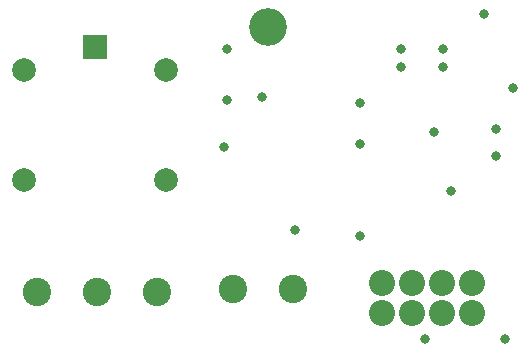
<source format=gbs>
G04*
G04 #@! TF.GenerationSoftware,Altium Limited,Altium Designer,23.10.1 (27)*
G04*
G04 Layer_Color=16711935*
%FSLAX44Y44*%
%MOMM*%
G71*
G04*
G04 #@! TF.SameCoordinates,FE8EC528-225C-4A11-B971-79AFC16B1169*
G04*
G04*
G04 #@! TF.FilePolarity,Negative*
G04*
G01*
G75*
%ADD35C,3.2032*%
%ADD36C,2.4032*%
%ADD37C,2.2032*%
%ADD38C,2.0032*%
%ADD39R,2.0032X2.0032*%
%ADD40C,0.8032*%
D35*
X535000Y1224000D02*
D03*
D36*
X339400Y999437D02*
D03*
X390200D02*
D03*
X441000D02*
D03*
X504843Y1002250D02*
D03*
X555643D02*
D03*
D37*
X631143Y982000D02*
D03*
X656543D02*
D03*
X681943D02*
D03*
X707343D02*
D03*
Y1007400D02*
D03*
X681943D02*
D03*
X656543D02*
D03*
X631143D02*
D03*
D38*
X328475Y1187500D02*
D03*
X448475D02*
D03*
X328475Y1094790D02*
D03*
X448475D02*
D03*
D39*
X388475Y1207500D02*
D03*
D40*
X500000Y1205000D02*
D03*
X557500Y1052500D02*
D03*
X682500Y1205000D02*
D03*
Y1190000D02*
D03*
X612500Y1125000D02*
D03*
X500000Y1162500D02*
D03*
X497500Y1122500D02*
D03*
X530000Y1165000D02*
D03*
X690000Y1085000D02*
D03*
X727500Y1115000D02*
D03*
Y1137500D02*
D03*
X675000Y1135000D02*
D03*
X647500Y1190000D02*
D03*
Y1205000D02*
D03*
X612500Y1047500D02*
D03*
X735000Y960000D02*
D03*
X667500D02*
D03*
X612500Y1160000D02*
D03*
X717500Y1235000D02*
D03*
X742500Y1172500D02*
D03*
M02*

</source>
